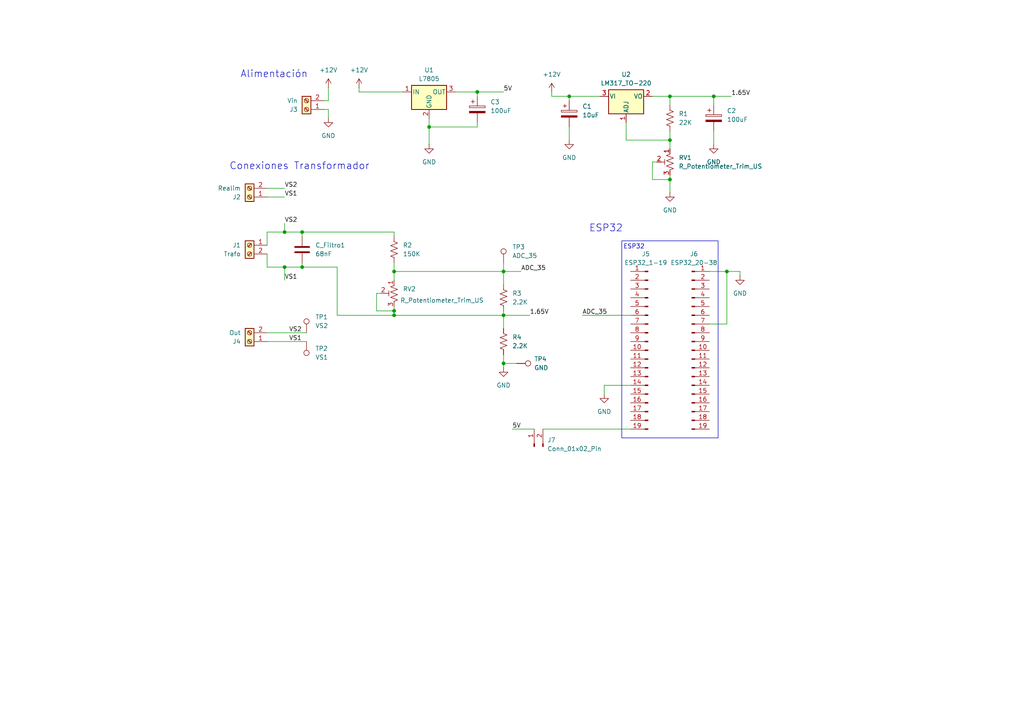
<source format=kicad_sch>
(kicad_sch (version 20231120) (generator "eeschema") (generator_version "8.0")
  (paper "A4")
  (title_block (title "Muestro ADC") (rev "0") (company "UTN FRBA - Electrónica de Potencia") (comment 1 "Hugo Alejandro Gomez") (comment 2 "Lucio Zolezzi Mir"))
  (lib_symbols
    (symbol "Connector:Conn_01x02_Pin" (pin_names (offset 1.016) hide)
      (property "Reference" "J" (at 0 2.54 0))
      (property "Value" "Conn_01x02_Pin" (at 0 -5.08 0))
      (symbol "Conn_01x02_Pin_1_1"
        (polyline (pts (xy 1.27 -2.54) (xy 0.8636 -2.54)) (stroke (width 0.1524)))
        (polyline (pts (xy 1.27 0) (xy 0.8636 0)) (stroke (width 0.1524)))
        (rectangle (start 0.8636 -2.413) (end 0 -2.667) (stroke (width 0.1524)) (fill (type outline)))
        (rectangle (start 0.8636 0.127) (end 0 -0.127) (stroke (width 0.1524)) (fill (type outline)))
        (pin passive line (at 5.08 0 180) (length 3.81) (name "Pin_1") (number "1"))
        (pin passive line (at 5.08 -2.54 180) (length 3.81) (name "Pin_2") (number "2"))
      )
    )
    (symbol "Connector:Conn_01x19_Pin" (pin_names (offset 1.016) hide)
      (property "Reference" "J" (at 0 25.4 0))
      (property "Value" "Conn_01x19_Pin" (at 0 -25.4 0))
      (symbol "Conn_01x19_Pin_1_1"
        (polyline (pts (xy 1.27 -22.86) (xy 0.8636 -22.86)) (stroke (width 0.1524)))
        (polyline (pts (xy 1.27 -20.32) (xy 0.8636 -20.32)) (stroke (width 0.1524)))
        (polyline (pts (xy 1.27 -17.78) (xy 0.8636 -17.78)) (stroke (width 0.1524)))
        (polyline (pts (xy 1.27 -15.24) (xy 0.8636 -15.24)) (stroke (width 0.1524)))
        (polyline (pts (xy 1.27 -12.7) (xy 0.8636 -12.7)) (stroke (width 0.1524)))
        (polyline (pts (xy 1.27 -10.16) (xy 0.8636 -10.16)) (stroke (width 0.1524)))
        (polyline (pts (xy 1.27 -7.62) (xy 0.8636 -7.62)) (stroke (width 0.1524)))
        (polyline (pts (xy 1.27 -5.08) (xy 0.8636 -5.08)) (stroke (width 0.1524)))
        (polyline (pts (xy 1.27 -2.54) (xy 0.8636 -2.54)) (stroke (width 0.1524)))
        (polyline (pts (xy 1.27 0) (xy 0.8636 0)) (stroke (width 0.1524)))
        (polyline (pts (xy 1.27 2.54) (xy 0.8636 2.54)) (stroke (width 0.1524)))
        (polyline (pts (xy 1.27 5.08) (xy 0.8636 5.08)) (stroke (width 0.1524)))
        (polyline (pts (xy 1.27 7.62) (xy 0.8636 7.62)) (stroke (width 0.1524)))
        (polyline (pts (xy 1.27 10.16) (xy 0.8636 10.16)) (stroke (width 0.1524)))
        (polyline (pts (xy 1.27 12.7) (xy 0.8636 12.7)) (stroke (width 0.1524)))
        (polyline (pts (xy 1.27 15.24) (xy 0.8636 15.24)) (stroke (width 0.1524)))
        (polyline (pts (xy 1.27 17.78) (xy 0.8636 17.78)) (stroke (width 0.1524)))
        (polyline (pts (xy 1.27 20.32) (xy 0.8636 20.32)) (stroke (width 0.1524)))
        (polyline (pts (xy 1.27 22.86) (xy 0.8636 22.86)) (stroke (width 0.1524)))
        (rectangle (start 0.8636 -22.733) (end 0 -22.987) (stroke (width 0.1524)) (fill (type outline)))
        (rectangle (start 0.8636 -20.193) (end 0 -20.447) (stroke (width 0.1524)) (fill (type outline)))
        (rectangle (start 0.8636 -17.653) (end 0 -17.907) (stroke (width 0.1524)) (fill (type outline)))
        (rectangle (start 0.8636 -15.113) (end 0 -15.367) (stroke (width 0.1524)) (fill (type outline)))
        (rectangle (start 0.8636 -12.573) (end 0 -12.827) (stroke (width 0.1524)) (fill (type outline)))
        (rectangle (start 0.8636 -10.033) (end 0 -10.287) (stroke (width 0.1524)) (fill (type outline)))
        (rectangle (start 0.8636 -7.493) (end 0 -7.747) (stroke (width 0.1524)) (fill (type outline)))
        (rectangle (start 0.8636 -4.953) (end 0 -5.207) (stroke (width 0.1524)) (fill (type outline)))
        (rectangle (start 0.8636 -2.413) (end 0 -2.667) (stroke (width 0.1524)) (fill (type outline)))
        (rectangle (start 0.8636 0.127) (end 0 -0.127) (stroke (width 0.1524)) (fill (type outline)))
        (rectangle (start 0.8636 2.667) (end 0 2.413) (stroke (width 0.1524)) (fill (type outline)))
        (rectangle (start 0.8636 5.207) (end 0 4.953) (stroke (width 0.1524)) (fill (type outline)))
        (rectangle (start 0.8636 7.747) (end 0 7.493) (stroke (width 0.1524)) (fill (type outline)))
        (rectangle (start 0.8636 10.287) (end 0 10.033) (stroke (width 0.1524)) (fill (type outline)))
        (rectangle (start 0.8636 12.827) (end 0 12.573) (stroke (width 0.1524)) (fill (type outline)))
        (rectangle (start 0.8636 15.367) (end 0 15.113) (stroke (width 0.1524)) (fill (type outline)))
        (rectangle (start 0.8636 17.907) (end 0 17.653) (stroke (width 0.1524)) (fill (type outline)))
        (rectangle (start 0.8636 20.447) (end 0 20.193) (stroke (width 0.1524)) (fill (type outline)))
        (rectangle (start 0.8636 22.987) (end 0 22.733) (stroke (width 0.1524)) (fill (type outline)))
        (pin passive line (at 5.08 22.86 180) (length 3.81) (name "Pin_1") (number "1"))
        (pin passive line (at 5.08 0 180) (length 3.81) (name "Pin_10") (number "10"))
        (pin passive line (at 5.08 -2.54 180) (length 3.81) (name "Pin_11") (number "11"))
        (pin passive line (at 5.08 -5.08 180) (length 3.81) (name "Pin_12") (number "12"))
        (pin passive line (at 5.08 -7.62 180) (length 3.81) (name "Pin_13") (number "13"))
        (pin passive line (at 5.08 -10.16 180) (length 3.81) (name "Pin_14") (number "14"))
        (pin passive line (at 5.08 -12.7 180) (length 3.81) (name "Pin_15") (number "15"))
        (pin passive line (at 5.08 -15.24 180) (length 3.81) (name "Pin_16") (number "16"))
        (pin passive line (at 5.08 -17.78 180) (length 3.81) (name "Pin_17") (number "17"))
        (pin passive line (at 5.08 -20.32 180) (length 3.81) (name "Pin_18") (number "18"))
        (pin passive line (at 5.08 -22.86 180) (length 3.81) (name "Pin_19") (number "19"))
        (pin passive line (at 5.08 20.32 180) (length 3.81) (name "Pin_2") (number "2"))
        (pin passive line (at 5.08 17.78 180) (length 3.81) (name "Pin_3") (number "3"))
        (pin passive line (at 5.08 15.24 180) (length 3.81) (name "Pin_4") (number "4"))
        (pin passive line (at 5.08 12.7 180) (length 3.81) (name "Pin_5") (number "5"))
        (pin passive line (at 5.08 10.16 180) (length 3.81) (name "Pin_6") (number "6"))
        (pin passive line (at 5.08 7.62 180) (length 3.81) (name "Pin_7") (number "7"))
        (pin passive line (at 5.08 5.08 180) (length 3.81) (name "Pin_8") (number "8"))
        (pin passive line (at 5.08 2.54 180) (length 3.81) (name "Pin_9") (number "9"))
      )
    )
    (symbol "Connector:Screw_Terminal_01x02" (pin_names (offset 1.016) hide)
      (property "Reference" "J" (at 0 2.54 0))
      (property "Value" "Screw_Terminal_01x02" (at 0 -5.08 0))
      (symbol "Screw_Terminal_01x02_1_1"
        (rectangle (start -1.27 1.27) (end 1.27 -3.81) (stroke (width 0.254)) (fill (type background)))
        (circle (center 0 -2.54) (radius 0.635) (stroke (width 0.1524)))
        (polyline (pts (xy -0.5334 -2.2098) (xy 0.3302 -3.048)) (stroke (width 0.1524)))
        (polyline (pts (xy -0.5334 0.3302) (xy 0.3302 -0.508)) (stroke (width 0.1524)))
        (polyline (pts (xy -0.3556 -2.032) (xy 0.508 -2.8702)) (stroke (width 0.1524)))
        (polyline (pts (xy -0.3556 0.508) (xy 0.508 -0.3302)) (stroke (width 0.1524)))
        (circle (center 0 0) (radius 0.635) (stroke (width 0.1524)))
        (pin passive line (at -5.08 0 0) (length 3.81) (name "Pin_1") (number "1"))
        (pin passive line (at -5.08 -2.54 0) (length 3.81) (name "Pin_2") (number "2"))
      )
    )
    (symbol "Connector:TestPoint" (pin_numbers hide) (pin_names (offset 0.762) hide)
      (property "Reference" "TP" (at 0 6.858 0))
      (property "Value" "TestPoint" (at 0 5.08 0))
      (symbol "TestPoint_0_1"
        (circle (center 0 3.302) (radius 0.762))
      )
      (symbol "TestPoint_1_1"
        (pin passive line (at 0 0 90) (length 2.54) (name "1") (number "1"))
      )
    )
    (symbol "Device:C" (pin_numbers hide) (pin_names (offset 0.254))
      (property "Reference" "C" (at 0.635 2.54 0))
      (property "Value" "C" (at 0.635 -2.54 0))
      (symbol "C_0_1"
        (polyline (pts (xy -2.032 -0.762) (xy 2.032 -0.762)) (stroke (width 0.508)))
        (polyline (pts (xy -2.032 0.762) (xy 2.032 0.762)) (stroke (width 0.508)))
      )
      (symbol "C_1_1"
        (pin passive line (at 0 3.81 270) (length 2.794) (name "~") (number "1"))
        (pin passive line (at 0 -3.81 90) (length 2.794) (name "~") (number "2"))
      )
    )
    (symbol "Device:C_Polarized" (pin_numbers hide) (pin_names (offset 0.254))
      (property "Reference" "C" (at 0.635 2.54 0))
      (property "Value" "C_Polarized" (at 0.635 -2.54 0))
      (symbol "C_Polarized_0_1"
        (rectangle (start -2.286 0.508) (end 2.286 1.016))
        (polyline (pts (xy -1.778 2.286) (xy -0.762 2.286)))
        (polyline (pts (xy -1.27 2.794) (xy -1.27 1.778)))
        (rectangle (start 2.286 -0.508) (end -2.286 -1.016) (fill (type outline)))
      )
      (symbol "C_Polarized_1_1"
        (pin passive line (at 0 3.81 270) (length 2.794) (name "~") (number "1"))
        (pin passive line (at 0 -3.81 90) (length 2.794) (name "~") (number "2"))
      )
    )
    (symbol "Device:R_Potentiometer_Trim_US" (pin_names (offset 1.016) hide)
      (property "Reference" "RV" (at -4.445 0 90))
      (property "Value" "R_Potentiometer_Trim_US" (at -2.54 0 90))
      (symbol "R_Potentiometer_Trim_US_0_1"
        (polyline (pts (xy 0 -2.286) (xy 0 -2.54)))
        (polyline (pts (xy 0 2.286) (xy 0 2.54)))
        (polyline (pts (xy 1.524 0.762) (xy 1.524 -0.762)))
        (polyline (pts (xy 2.54 0) (xy 1.524 0)))
        (polyline (pts (xy 0 -0.762) (xy 1.016 -1.143) (xy 0 -1.524) (xy -1.016 -1.905) (xy 0 -2.286)))
        (polyline (pts (xy 0 0.762) (xy 1.016 0.381) (xy 0 0) (xy -1.016 -0.381) (xy 0 -0.762)))
        (polyline (pts (xy 0 2.286) (xy 1.016 1.905) (xy 0 1.524) (xy -1.016 1.143) (xy 0 0.762)))
      )
      (symbol "R_Potentiometer_Trim_US_1_1"
        (pin passive line (at 0 3.81 270) (length 1.27) (name "1") (number "1"))
        (pin passive line (at 3.81 0 180) (length 1.27) (name "2") (number "2"))
        (pin passive line (at 0 -3.81 90) (length 1.27) (name "3") (number "3"))
      )
    )
    (symbol "Device:R_US" (pin_numbers hide) (pin_names (offset 0))
      (property "Reference" "R" (at 2.54 0 90))
      (property "Value" "R_US" (at -2.54 0 90))
      (symbol "R_US_0_1"
        (polyline (pts (xy 0 -2.286) (xy 0 -2.54)))
        (polyline (pts (xy 0 2.286) (xy 0 2.54)))
        (polyline (pts (xy 0 -0.762) (xy 1.016 -1.143) (xy 0 -1.524) (xy -1.016 -1.905) (xy 0 -2.286)))
        (polyline (pts (xy 0 0.762) (xy 1.016 0.381) (xy 0 0) (xy -1.016 -0.381) (xy 0 -0.762)))
        (polyline (pts (xy 0 2.286) (xy 1.016 1.905) (xy 0 1.524) (xy -1.016 1.143) (xy 0 0.762)))
      )
      (symbol "R_US_1_1"
        (pin passive line (at 0 3.81 270) (length 1.27) (name "~") (number "1"))
        (pin passive line (at 0 -3.81 90) (length 1.27) (name "~") (number "2"))
      )
    )
    (symbol "Regulator_Linear:L7805" (pin_names (offset 0.254))
      (property "Reference" "U" (at -3.81 3.175 0))
      (property "Value" "L7805" (at 0 3.175 0))
      (symbol "L7805_0_1"
        (rectangle (start -5.08 1.905) (end 5.08 -5.08) (stroke (width 0.254)) (fill (type background)))
      )
      (symbol "L7805_1_1"
        (pin power_in line (at -7.62 0 0) (length 2.54) (name "IN") (number "1"))
        (pin power_in line (at 0 -7.62 90) (length 2.54) (name "GND") (number "2"))
        (pin power_out line (at 7.62 0 180) (length 2.54) (name "OUT") (number "3"))
      )
    )
    (symbol "Regulator_Linear:LM317_TO-220" (pin_names (offset 0.254))
      (property "Reference" "U" (at -3.81 3.175 0))
      (property "Value" "LM317_TO-220" (at 0 3.175 0))
      (symbol "LM317_TO-220_0_1"
        (rectangle (start -5.08 1.905) (end 5.08 -5.08) (stroke (width 0.254)) (fill (type background)))
      )
      (symbol "LM317_TO-220_1_1"
        (pin input line (at 0 -7.62 90) (length 2.54) (name "ADJ") (number "1"))
        (pin power_out line (at 7.62 0 180) (length 2.54) (name "VO") (number "2"))
        (pin power_in line (at -7.62 0 0) (length 2.54) (name "VI") (number "3"))
      )
    )
    (symbol "power:+12V" (power) (pin_numbers hide) (pin_names (offset 0) hide)
      (property "Value" "+12V" (at 0 3.556 0))
      (symbol "+12V_0_1"
        (polyline (pts (xy -0.762 1.27) (xy 0 2.54)))
        (polyline (pts (xy 0 0) (xy 0 2.54)))
        (polyline (pts (xy 0 2.54) (xy 0.762 1.27)))
      )
      (symbol "+12V_1_1"
        (pin power_in line (at 0 0 90) (length 0) (name "~") (number "1"))
      )
    )
    (symbol "power:GND" (power) (pin_numbers hide) (pin_names (offset 0) hide)
      (property "Value" "GND" (at 0 -3.81 0))
      (symbol "GND_0_1"
        (polyline (pts (xy 0 0) (xy 0 -1.27) (xy 1.27 -1.27) (xy 0 -2.54) (xy -1.27 -1.27) (xy 0 -1.27)))
      )
      (symbol "GND_1_1"
        (pin power_in line (at 0 0 270) (length 0) (name "~") (number "1"))
      )
    )
  )
  (junction (at 146.05 78.74))
  (junction (at 114.3 91.44))
  (junction (at 194.31 52.07))
  (junction (at 82.55 67.31))
  (junction (at 114.3 90.17))
  (junction (at 146.05 105.41))
  (junction (at 207.01 27.94))
  (junction (at 194.31 27.94))
  (junction (at 87.63 67.31))
  (junction (at 138.43 26.67))
  (junction (at 194.31 40.64))
  (junction (at 146.05 91.44))
  (junction (at 82.55 77.47))
  (junction (at 165.1 27.94))
  (junction (at 87.63 77.47))
  (junction (at 210.82 78.74))
  (junction (at 114.3 78.74))
  (junction (at 124.46 36.83))
  (wire (pts (xy 214.63 78.74) (xy 214.63 80.01)))
  (wire (pts (xy 114.3 78.74) (xy 146.05 78.74)))
  (wire (pts (xy 146.05 91.44) (xy 146.05 95.25)))
  (wire (pts (xy 110.49 85.09) (xy 109.22 85.09)))
  (wire (pts (xy 146.05 78.74) (xy 151.13 78.74)))
  (wire (pts (xy 124.46 34.29) (xy 124.46 36.83)))
  (wire (pts (xy 194.31 40.64) (xy 194.31 38.1)))
  (wire (pts (xy 181.61 40.64) (xy 194.31 40.64)))
  (wire (pts (xy 189.23 52.07) (xy 194.31 52.07)))
  (wire (pts (xy 77.47 54.61) (xy 82.55 54.61)))
  (wire (pts (xy 109.22 85.09) (xy 109.22 90.17)))
  (wire (pts (xy 124.46 36.83) (xy 138.43 36.83)))
  (wire (pts (xy 77.47 67.31) (xy 82.55 67.31)))
  (wire (pts (xy 138.43 26.67) (xy 146.05 26.67)))
  (wire (pts (xy 87.63 67.31) (xy 114.3 67.31)))
  (wire (pts (xy 82.55 77.47) (xy 82.55 81.28)))
  (wire (pts (xy 207.01 30.48) (xy 207.01 27.94)))
  (wire (pts (xy 114.3 78.74) (xy 114.3 81.28)))
  (wire (pts (xy 77.47 71.12) (xy 77.47 67.31)))
  (wire (pts (xy 124.46 36.83) (xy 124.46 41.91)))
  (wire (pts (xy 175.26 111.76) (xy 182.88 111.76)))
  (wire (pts (xy 97.79 77.47) (xy 97.79 91.44)))
  (wire (pts (xy 114.3 91.44) (xy 146.05 91.44)))
  (wire (pts (xy 104.14 26.67) (xy 116.84 26.67)))
  (wire (pts (xy 194.31 52.07) (xy 194.31 55.88)))
  (wire (pts (xy 157.48 124.46) (xy 182.88 124.46)))
  (wire (pts (xy 146.05 105.41) (xy 149.86 105.41)))
  (wire (pts (xy 77.47 73.66) (xy 77.47 77.47)))
  (wire (pts (xy 132.08 26.67) (xy 138.43 26.67)))
  (wire (pts (xy 77.47 57.15) (xy 82.55 57.15)))
  (wire (pts (xy 146.05 91.44) (xy 153.67 91.44)))
  (wire (pts (xy 114.3 91.44) (xy 97.79 91.44)))
  (wire (pts (xy 114.3 90.17) (xy 114.3 91.44)))
  (wire (pts (xy 82.55 64.77) (xy 82.55 67.31)))
  (wire (pts (xy 207.01 27.94) (xy 212.09 27.94)))
  (wire (pts (xy 138.43 26.67) (xy 138.43 27.94)))
  (wire (pts (xy 87.63 67.31) (xy 87.63 68.58)))
  (wire (pts (xy 93.98 29.21) (xy 95.25 29.21)))
  (wire (pts (xy 95.25 31.75) (xy 95.25 34.29)))
  (wire (pts (xy 114.3 76.2) (xy 114.3 78.74)))
  (wire (pts (xy 160.02 27.94) (xy 165.1 27.94)))
  (wire (pts (xy 160.02 26.67) (xy 160.02 27.94)))
  (wire (pts (xy 146.05 90.17) (xy 146.05 91.44)))
  (wire (pts (xy 148.59 124.46) (xy 154.94 124.46)))
  (wire (pts (xy 146.05 82.55) (xy 146.05 78.74)))
  (wire (pts (xy 205.74 78.74) (xy 210.82 78.74)))
  (wire (pts (xy 146.05 76.2) (xy 146.05 78.74)))
  (wire (pts (xy 77.47 99.06) (xy 88.9 99.06)))
  (wire (pts (xy 87.63 77.47) (xy 97.79 77.47)))
  (wire (pts (xy 82.55 77.47) (xy 87.63 77.47)))
  (wire (pts (xy 181.61 35.56) (xy 181.61 40.64)))
  (wire (pts (xy 114.3 68.58) (xy 114.3 67.31)))
  (wire (pts (xy 168.91 91.44) (xy 182.88 91.44)))
  (wire (pts (xy 82.55 67.31) (xy 87.63 67.31)))
  (wire (pts (xy 205.74 93.98) (xy 210.82 93.98)))
  (wire (pts (xy 146.05 102.87) (xy 146.05 105.41)))
  (wire (pts (xy 87.63 77.47) (xy 87.63 76.2)))
  (wire (pts (xy 189.23 27.94) (xy 194.31 27.94)))
  (wire (pts (xy 95.25 29.21) (xy 95.25 25.4)))
  (wire (pts (xy 194.31 50.8) (xy 194.31 52.07)))
  (wire (pts (xy 189.23 46.99) (xy 189.23 52.07)))
  (wire (pts (xy 165.1 36.83) (xy 165.1 40.64)))
  (wire (pts (xy 77.47 77.47) (xy 82.55 77.47)))
  (wire (pts (xy 93.98 31.75) (xy 95.25 31.75)))
  (wire (pts (xy 194.31 43.18) (xy 194.31 40.64)))
  (wire (pts (xy 207.01 38.1) (xy 207.01 41.91)))
  (wire (pts (xy 165.1 29.21) (xy 165.1 27.94)))
  (wire (pts (xy 190.5 46.99) (xy 189.23 46.99)))
  (wire (pts (xy 210.82 78.74) (xy 214.63 78.74)))
  (wire (pts (xy 210.82 93.98) (xy 210.82 78.74)))
  (wire (pts (xy 114.3 88.9) (xy 114.3 90.17)))
  (wire (pts (xy 194.31 27.94) (xy 194.31 30.48)))
  (wire (pts (xy 175.26 114.3) (xy 175.26 111.76)))
  (wire (pts (xy 138.43 35.56) (xy 138.43 36.83)))
  (wire (pts (xy 109.22 90.17) (xy 114.3 90.17)))
  (wire (pts (xy 165.1 27.94) (xy 173.99 27.94)))
  (wire (pts (xy 104.14 25.4) (xy 104.14 26.67)))
  (wire (pts (xy 207.01 27.94) (xy 194.31 27.94)))
  (wire (pts (xy 146.05 105.41) (xy 146.05 106.68)))
  (wire (pts (xy 77.47 96.52) (xy 88.9 96.52)))
  (rectangle (start 180.34 69.85) (end 208.28 127))
  (text "Alimentación" (at 79.502 21.59 0) (effects (font (size 2.032 2.032))))
  (text "ESP32" (at 183.896 71.628 0) (effects (font (size 1.27 1.27))))
  (text "ESP32\n" (at 175.768 66.294 0) (effects (font (size 2.032 2.032))))
  (text "Conexiones Transformador\n" (at 86.868 48.26 0) (effects (font (size 2.032 2.032))))
  (label "ADC_35" (at 151.13 78.74 0))
  (label "5V" (at 148.59 124.46 0))
  (label "VS2" (at 82.55 64.77 0))
  (label "VS1" (at 82.55 81.28 0))
  (label "5V" (at 146.05 26.67 0))
  (label "VS1" (at 82.55 57.15 0))
  (label "VS1" (at 83.82 99.06 0))
  (label "1.65V" (at 153.67 91.44 0))
  (label "ADC_35" (at 168.91 91.44 0))
  (label "VS2" (at 83.82 96.52 0))
  (label "VS2" (at 82.55 54.61 0))
  (label "1.65V" (at 212.09 27.94 0))
  (symbol (lib_id "Device:R_US") (at 146.05 86.36 0) (unit 1)
    (property "Reference" "R3" (at 148.59 85.0899 0) (effects (justify left)))
    (property "Value" "2.2K" (at 148.59 87.6299 0) (effects (justify left)))
    (property "Footprint" "Resistor_THT:R_Axial_DIN0207_L6.3mm_D2.5mm_P10.16mm_Horizontal" (effects (hide yes)))
    (property "Description" "Resistor, US symbol" (effects (hide yes)))
  )
  (symbol (lib_id "Regulator_Linear:LM317_TO-220") (at 181.61 27.94 0) (unit 1)
    (property "Reference" "U2" (at 181.61 21.59 0))
    (property "Value" "LM317_TO-220" (at 181.61 24.13 0))
    (property "Footprint" "Package_TO_SOT_THT:TO-220-3_Vertical" (effects (hide yes)))
    (property "Datasheet" "http://www.ti.com/lit/ds/symlink/lm317.pdf" (effects (hide yes)))
    (property "Description" "1.5A 35V Adjustable Linear Regulator, TO-220" (effects (hide yes)))
  )
  (symbol (lib_id "Device:C") (at 87.63 72.39 0) (unit 1)
    (property "Reference" "C_Filtro1" (at 91.44 71.1199 0) (effects (justify left)))
    (property "Value" "68nF" (at 91.44 73.6599 0) (effects (justify left)))
    (property "Footprint" "Capacitor_THT:C_Rect_L9.0mm_W2.5mm_P7.50mm_MKT" (effects (hide yes)))
    (property "Description" "Unpolarized capacitor" (effects (hide yes)))
  )
  (symbol (lib_id "Device:R_Potentiometer_Trim_US") (at 194.31 46.99 0) (mirror y) (unit 1)
    (property "Reference" "RV1" (at 196.85 45.7199 0) (effects (justify right)))
    (property "Value" "R_Potentiometer_Trim_US" (at 196.85 48.2599 0) (effects (justify right)))
    (property "Footprint" "Potentiometer_THT:Potentiometer_Vishay_T93YA_Vertical" (effects (hide yes)))
    (property "Description" "Trim-potentiometer, US symbol" (effects (hide yes)))
  )
  (symbol (lib_id "power:+12V") (at 160.02 26.67 0) (unit 1)
    (property "Reference" "#PWR08" (effects (hide yes)))
    (property "Value" "+12V" (at 160.02 21.59 0))
    (property "Description" "Power symbol creates a global label with name \"+12V\"" (effects (hide yes)))
  )
  (symbol (lib_id "power:GND") (at 95.25 34.29 0) (mirror y) (unit 1)
    (property "Reference" "#PWR05" (effects (hide yes)))
    (property "Value" "GND" (at 95.25 39.37 0))
    (property "Description" "Power symbol creates a global label with name \"GND\" , ground" (effects (hide yes)))
  )
  (symbol (lib_id "Connector:TestPoint") (at 149.86 105.41 270) (unit 1)
    (property "Reference" "TP4" (at 154.94 104.1399 90) (effects (justify left)))
    (property "Value" "GND" (at 154.94 106.6799 90) (effects (justify left)))
    (property "Footprint" "Connector_Pin:Pin_D1.0mm_L10.0mm" (effects (hide yes)))
    (property "Description" "test point" (effects (hide yes)))
  )
  (symbol (lib_id "power:GND") (at 165.1 40.64 0) (unit 1)
    (property "Reference" "#PWR02" (effects (hide yes)))
    (property "Value" "GND" (at 165.1 45.72 0))
    (property "Description" "Power symbol creates a global label with name \"GND\" , ground" (effects (hide yes)))
  )
  (symbol (lib_id "Regulator_Linear:L7805") (at 124.46 26.67 0) (unit 1)
    (property "Reference" "U1" (at 124.46 20.32 0))
    (property "Value" "L7805" (at 124.46 22.86 0))
    (property "Footprint" "Package_TO_SOT_THT:TO-220-3_Vertical" (effects (hide yes)))
    (property "Datasheet" "http://www.st.com/content/ccc/resource/technical/document/datasheet/41/4f/b3/b0/12/d4/47/88/CD00000444.pdf/files/CD00000444.pdf/jcr:content/translations/en.CD00000444.pdf" (effects (hide yes)))
    (property "Description" "Positive 1.5A 35V Linear Regulator, Fixed Output 5V, TO-220/TO-263/TO-252" (effects (hide yes)))
  )
  (symbol (lib_id "Connector:Conn_01x19_Pin") (at 200.66 101.6 0) (unit 1)
    (property "Reference" "J6" (at 201.295 73.66 0))
    (property "Value" "ESP32_20-38" (at 201.295 76.2 0))
    (property "Footprint" "Connector_PinHeader_2.54mm:PinHeader_1x19_P2.54mm_Vertical" (effects (hide yes)))
    (property "Description" "Generic connector, single row, 01x19, script generated" (effects (hide yes)))
  )
  (symbol (lib_id "Connector:Conn_01x02_Pin") (at 154.94 129.54 90) (unit 1)
    (property "Reference" "J7" (at 158.75 127.6349 90) (effects (justify right)))
    (property "Value" "Conn_01x02_Pin" (at 158.75 130.1749 90) (effects (justify right)))
    (property "Footprint" "Connector_PinHeader_2.54mm:PinHeader_1x02_P2.54mm_Vertical" (effects (hide yes)))
    (property "Description" "Generic connector, single row, 01x02, script generated" (effects (hide yes)))
  )
  (symbol (lib_id "Device:C_Polarized") (at 207.01 34.29 0) (unit 1)
    (property "Reference" "C2" (at 210.82 32.1309 0) (effects (justify left)))
    (property "Value" "100uF" (at 210.82 34.6709 0) (effects (justify left)))
    (property "Footprint" "Capacitor_THT:CP_Radial_D6.3mm_P2.50mm" (effects (hide yes)))
    (property "Description" "Polarized capacitor" (effects (hide yes)))
  )
  (symbol (lib_id "Device:C_Polarized") (at 165.1 33.02 0) (unit 1)
    (property "Reference" "C1" (at 168.91 30.8609 0) (effects (justify left)))
    (property "Value" "10uF" (at 168.91 33.4009 0) (effects (justify left)))
    (property "Footprint" "Capacitor_THT:CP_Radial_D5.0mm_P2.50mm" (effects (hide yes)))
    (property "Description" "Polarized capacitor" (effects (hide yes)))
  )
  (symbol (lib_id "Connector:TestPoint") (at 146.05 76.2 0) (unit 1)
    (property "Reference" "TP3" (at 148.59 71.6279 0) (effects (justify left)))
    (property "Value" "ADC_35" (at 148.59 74.1679 0) (effects (justify left)))
    (property "Footprint" "Connector_Pin:Pin_D1.0mm_L10.0mm" (effects (hide yes)))
    (property "Description" "test point" (effects (hide yes)))
  )
  (symbol (lib_id "Connector:Screw_Terminal_01x02") (at 88.9 31.75 180) (unit 1)
    (property "Reference" "J3" (at 86.36 31.7501 0) (effects (justify left)))
    (property "Value" "Vin" (at 86.36 29.2101 0) (effects (justify left)))
    (property "Footprint" "TerminalBlock_RND:TerminalBlock_RND_205-00276_1x02_P5.00mm_Vertical" (effects (hide yes)))
    (property "Description" "Generic screw terminal, single row, 01x02, script generated (kicad-library-utils/schlib/autogen/connector/)" (effects (hide yes)))
  )
  (symbol (lib_id "power:GND") (at 194.31 55.88 0) (unit 1)
    (property "Reference" "#PWR01" (effects (hide yes)))
    (property "Value" "GND" (at 194.31 60.96 0))
    (property "Description" "Power symbol creates a global label with name \"GND\" , ground" (effects (hide yes)))
  )
  (symbol (lib_id "power:GND") (at 207.01 41.91 0) (unit 1)
    (property "Reference" "#PWR03" (effects (hide yes)))
    (property "Value" "GND" (at 207.01 46.99 0))
    (property "Description" "Power symbol creates a global label with name \"GND\" , ground" (effects (hide yes)))
  )
  (symbol (lib_id "Connector:Screw_Terminal_01x02") (at 72.39 71.12 0) (mirror y) (unit 1)
    (property "Reference" "J1" (at 69.85 71.1199 0) (effects (justify left)))
    (property "Value" "Trafo" (at 69.85 73.6599 0) (effects (justify left)))
    (property "Footprint" "TerminalBlock_RND:TerminalBlock_RND_205-00276_1x02_P5.00mm_Vertical" (effects (hide yes)))
    (property "Description" "Generic screw terminal, single row, 01x02, script generated (kicad-library-utils/schlib/autogen/connector/)" (effects (hide yes)))
  )
  (symbol (lib_id "power:GND") (at 146.05 106.68 0) (unit 1)
    (property "Reference" "#PWR09" (effects (hide yes)))
    (property "Value" "GND" (at 146.05 111.76 0))
    (property "Description" "Power symbol creates a global label with name \"GND\" , ground" (effects (hide yes)))
  )
  (symbol (lib_id "power:GND") (at 214.63 80.01 0) (unit 1)
    (property "Reference" "#PWR010" (effects (hide yes)))
    (property "Value" "GND" (at 214.63 85.09 0))
    (property "Description" "Power symbol creates a global label with name \"GND\" , ground" (effects (hide yes)))
  )
  (symbol (lib_id "power:+12V") (at 104.14 25.4 0) (unit 1)
    (property "Reference" "#PWR07" (effects (hide yes)))
    (property "Value" "+12V" (at 104.14 20.32 0))
    (property "Description" "Power symbol creates a global label with name \"+12V\"" (effects (hide yes)))
  )
  (symbol (lib_id "Connector:TestPoint") (at 88.9 99.06 180) (unit 1)
    (property "Reference" "TP2" (at 91.44 101.0919 0) (effects (justify right)))
    (property "Value" "VS1" (at 91.44 103.6319 0) (effects (justify right)))
    (property "Footprint" "Connector_Pin:Pin_D1.0mm_L10.0mm" (effects (hide yes)))
    (property "Description" "test point" (effects (hide yes)))
  )
  (symbol (lib_id "Device:R_US") (at 146.05 99.06 0) (unit 1)
    (property "Reference" "R4" (at 148.59 97.7899 0) (effects (justify left)))
    (property "Value" "2.2K" (at 148.59 100.3299 0) (effects (justify left)))
    (property "Footprint" "Resistor_THT:R_Axial_DIN0207_L6.3mm_D2.5mm_P10.16mm_Horizontal" (effects (hide yes)))
    (property "Description" "Resistor, US symbol" (effects (hide yes)))
  )
  (symbol (lib_id "Device:R_Potentiometer_Trim_US") (at 114.3 85.09 0) (mirror y) (unit 1)
    (property "Reference" "RV2" (at 116.84 83.8199 0) (effects (justify right)))
    (property "Value" "R_Potentiometer_Trim_US" (at 116.078 87.122 0) (effects (justify right)))
    (property "Footprint" "Potentiometer_THT:Potentiometer_Vishay_T93YA_Vertical" (effects (hide yes)))
    (property "Description" "Trim-potentiometer, US symbol" (effects (hide yes)))
  )
  (symbol (lib_id "Device:R_US") (at 114.3 72.39 0) (unit 1)
    (property "Reference" "R2" (at 116.84 71.1199 0) (effects (justify left)))
    (property "Value" "150K" (at 116.84 73.6599 0) (effects (justify left)))
    (property "Footprint" "Resistor_THT:R_Axial_DIN0207_L6.3mm_D2.5mm_P10.16mm_Horizontal" (effects (hide yes)))
    (property "Description" "Resistor, US symbol" (effects (hide yes)))
  )
  (symbol (lib_id "Connector:Conn_01x19_Pin") (at 187.96 101.6 0) (mirror y) (unit 1)
    (property "Reference" "J5" (at 187.325 73.66 0))
    (property "Value" "ESP32_1-19" (at 187.325 76.2 0))
    (property "Footprint" "Connector_PinHeader_2.54mm:PinHeader_1x19_P2.54mm_Vertical" (effects (hide yes)))
    (property "Description" "Generic connector, single row, 01x19, script generated" (effects (hide yes)))
  )
  (symbol (lib_id "Device:C_Polarized") (at 138.43 31.75 0) (unit 1)
    (property "Reference" "C3" (at 142.24 29.5909 0) (effects (justify left)))
    (property "Value" "100uF" (at 142.24 32.1309 0) (effects (justify left)))
    (property "Footprint" "Capacitor_THT:CP_Radial_D6.3mm_P2.50mm" (effects (hide yes)))
    (property "Description" "Polarized capacitor" (effects (hide yes)))
  )
  (symbol (lib_id "Connector:Screw_Terminal_01x02") (at 72.39 57.15 180) (unit 1)
    (property "Reference" "J2" (at 69.85 57.1501 0) (effects (justify left)))
    (property "Value" "Realim" (at 69.85 54.6101 0) (effects (justify left)))
    (property "Footprint" "TerminalBlock_RND:TerminalBlock_RND_205-00276_1x02_P5.00mm_Vertical" (effects (hide yes)))
    (property "Description" "Generic screw terminal, single row, 01x02, script generated (kicad-library-utils/schlib/autogen/connector/)" (effects (hide yes)))
  )
  (symbol (lib_id "power:+12V") (at 95.25 25.4 0) (mirror y) (unit 1)
    (property "Reference" "#PWR06" (effects (hide yes)))
    (property "Value" "+12V" (at 95.25 20.32 0))
    (property "Description" "Power symbol creates a global label with name \"+12V\"" (effects (hide yes)))
  )
  (symbol (lib_id "Connector:Screw_Terminal_01x02") (at 72.39 99.06 180) (unit 1)
    (property "Reference" "J4" (at 69.85 99.0601 0) (effects (justify left)))
    (property "Value" "Out" (at 69.85 96.5201 0) (effects (justify left)))
    (property "Footprint" "TerminalBlock_RND:TerminalBlock_RND_205-00276_1x02_P5.00mm_Vertical" (effects (hide yes)))
    (property "Description" "Generic screw terminal, single row, 01x02, script generated (kicad-library-utils/schlib/autogen/connector/)" (effects (hide yes)))
  )
  (symbol (lib_id "Connector:TestPoint") (at 88.9 96.52 0) (unit 1)
    (property "Reference" "TP1" (at 91.44 91.9479 0) (effects (justify left)))
    (property "Value" "VS2" (at 91.44 94.4879 0) (effects (justify left)))
    (property "Footprint" "Connector_Pin:Pin_D1.0mm_L10.0mm" (effects (hide yes)))
    (property "Description" "test point" (effects (hide yes)))
  )
  (symbol (lib_id "power:GND") (at 175.26 114.3 0) (unit 1)
    (property "Reference" "#PWR011" (effects (hide yes)))
    (property "Value" "GND" (at 175.26 119.38 0))
    (property "Description" "Power symbol creates a global label with name \"GND\" , ground" (effects (hide yes)))
  )
  (symbol (lib_id "Device:R_US") (at 194.31 34.29 0) (unit 1)
    (property "Reference" "R1" (at 196.85 33.0199 0) (effects (justify left)))
    (property "Value" "22K" (at 196.85 35.5599 0) (effects (justify left)))
    (property "Footprint" "Resistor_THT:R_Axial_DIN0207_L6.3mm_D2.5mm_P10.16mm_Horizontal" (effects (hide yes)))
    (property "Description" "Resistor, US symbol" (effects (hide yes)))
  )
  (symbol (lib_id "power:GND") (at 124.46 41.91 0) (unit 1)
    (property "Reference" "#PWR04" (effects (hide yes)))
    (property "Value" "GND" (at 124.46 46.99 0))
    (property "Description" "Power symbol creates a global label with name \"GND\" , ground" (effects (hide yes)))
  )
)
</source>
